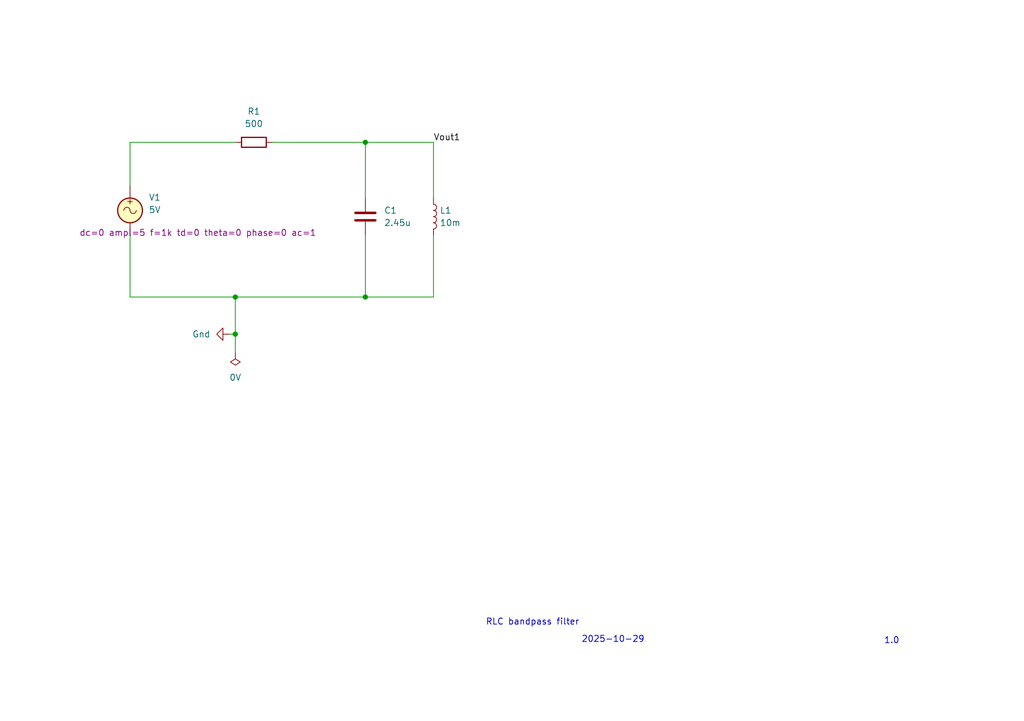
<source format=kicad_sch>
(kicad_sch (version 20250114) (generator "eeschema") (generator_version "9.0")
  (paper "A5")
  (lib_symbols
    (symbol "Device:C" (pin_numbers (hide yes)) (pin_names (offset 0.254))
      (property "Reference" "C" (at 0.635 2.54 0))
      (property "Value" "C" (at 0.635 -2.54 0))
      (symbol "C_0_1"
        (polyline (pts (xy -2.032 0.762) (xy 2.032 0.762)) (stroke (width 0.508)))
        (polyline (pts (xy -2.032 -0.762) (xy 2.032 -0.762)) (stroke (width 0.508)))
      )
      (symbol "C_1_1"
        (pin passive line (at 0 3.81 270) (length 2.794) (name "~") (number "1"))
        (pin passive line (at 0 -3.81 90) (length 2.794) (name "~") (number "2"))
      )
    )
    (symbol "Device:L" (pin_numbers (hide yes)) (pin_names (offset 1.016) (hide yes))
      (property "Reference" "L" (at -1.27 0 90))
      (property "Value" "L" (at 1.905 0 90))
      (symbol "L_0_1"
        (arc (start 0 2.54) (mid 0.6323 1.905) (end 0 1.27))
        (arc (start 0 1.27) (mid 0.6323 0.635) (end 0 0))
        (arc (start 0 0) (mid 0.6323 -0.635) (end 0 -1.27))
        (arc (start 0 -1.27) (mid 0.6323 -1.905) (end 0 -2.54))
      )
      (symbol "L_1_1"
        (pin passive line (at 0 3.81 270) (length 1.27) (name "1") (number "1"))
        (pin passive line (at 0 -3.81 90) (length 1.27) (name "2") (number "2"))
      )
    )
    (symbol "Device:R" (pin_numbers (hide yes)) (pin_names (offset 0))
      (property "Reference" "R" (at 2.032 0 90))
      (property "Value" "R" (at 0 0 90))
      (symbol "R_0_1"
        (rectangle (start -1.016 -2.54) (end 1.016 2.54) (stroke (width 0.254)))
      )
      (symbol "R_1_1"
        (pin passive line (at 0 3.81 270) (length 1.27) (name "~") (number "1"))
        (pin passive line (at 0 -3.81 90) (length 1.27) (name "~") (number "2"))
      )
    )
    (symbol "Simulation_SPICE:VSIN" (pin_numbers (hide yes)) (pin_names (offset 0.0254))
      (property "Reference" "V" (at 2.54 2.54 0))
      (property "Value" "VSIN" (at 2.54 0 0))
      (property "Sim.Params" "dc=0 ampl=1 f=1k ac=1" (at 2.54 -2.54 0))
      (symbol "VSIN_0_0"
        (arc (start -1.27 0) (mid -0.635 0.6323) (end 0 0))
        (arc (start 1.27 0) (mid 0.635 -0.6323) (end 0 0))
        (text "+" (at 0 1.905 0) (effects (font (size 1.27 1.27))))
      )
      (symbol "VSIN_0_1"
        (circle (center 0 0) (radius 2.54) (stroke (width 0.254)) (fill (type background)))
      )
      (symbol "VSIN_1_1"
        (pin passive line (at 0 5.08 270) (length 2.54) (name "~") (number "1"))
        (pin passive line (at 0 -5.08 90) (length 2.54) (name "~") (number "2"))
      )
    )
    (symbol "power:GND" (power) (pin_numbers (hide yes)) (pin_names (offset 0) (hide yes))
      (property "Value" "GND" (at 0 -3.81 0))
      (symbol "GND_0_1"
        (polyline (pts (xy 0 0) (xy 0 -1.27) (xy 1.27 -1.27) (xy 0 -2.54) (xy -1.27 -1.27) (xy 0 -1.27)))
      )
      (symbol "GND_1_1"
        (pin power_in line (at 0 0 270) (length 0) (name "~") (number "1"))
      )
    )
    (symbol "power:PWR_FLAG" (power) (pin_numbers (hide yes)) (pin_names (offset 0) (hide yes))
      (property "Value" "PWR_FLAG" (at 0 3.81 0))
      (symbol "PWR_FLAG_0_0"
        (pin power_out line (at 0 0 90) (length 0) (name "~") (number "1"))
      )
      (symbol "PWR_FLAG_0_1"
        (polyline (pts (xy 0 0) (xy 0 1.27) (xy -1.016 1.905) (xy 0 2.54) (xy 1.016 1.905) (xy 0 1.27)))
      )
    )
  )
  (text "RLC bandpass filter" (at 109.22 127.762 0) (effects (font (size 1.27 1.27))))
  (text "2025-10-29" (at 125.73 131.318 0) (effects (font (size 1.27 1.27))))
  (text "1.0" (at 182.88 131.572 0) (effects (font (size 1.27 1.27))))
  (junction (at 74.93 60.96))
  (junction (at 48.26 60.96))
  (junction (at 48.26 68.58))
  (junction (at 74.93 29.21))
  (wire (pts (xy 26.67 48.26) (xy 26.67 60.96)))
  (wire (pts (xy 46.99 68.58) (xy 48.26 68.58)))
  (wire (pts (xy 88.9 29.21) (xy 74.93 29.21)))
  (wire (pts (xy 74.93 60.96) (xy 88.9 60.96)))
  (wire (pts (xy 26.67 38.1) (xy 26.67 29.21)))
  (wire (pts (xy 74.93 48.26) (xy 74.93 60.96)))
  (wire (pts (xy 88.9 40.64) (xy 88.9 29.21)))
  (wire (pts (xy 48.26 60.96) (xy 74.93 60.96)))
  (wire (pts (xy 88.9 60.96) (xy 88.9 48.26)))
  (wire (pts (xy 74.93 29.21) (xy 74.93 40.64)))
  (wire (pts (xy 48.26 60.96) (xy 48.26 68.58)))
  (wire (pts (xy 48.26 68.58) (xy 48.26 72.39)))
  (wire (pts (xy 26.67 60.96) (xy 48.26 60.96)))
  (wire (pts (xy 26.67 29.21) (xy 48.26 29.21)))
  (wire (pts (xy 74.93 29.21) (xy 55.88 29.21)))
  (label "Vout1" (at 88.9 29.21 0))
  (symbol (lib_id "power:GND") (at 46.99 68.58 270) (unit 1)
    (property "Reference" "#PWR01" (effects (hide yes)))
    (property "Value" "Gnd" (at 43.18 68.5799 90) (effects (justify right)))
    (property "Description" "Power symbol creates a global label with name \"GND\" , ground" (effects (hide yes)))
  )
  (symbol (lib_id "Simulation_SPICE:VSIN") (at 26.67 43.18 0) (unit 1)
    (property "Reference" "V1" (at 30.48 40.5101 0) (effects (justify left)))
    (property "Value" "5V" (at 30.48 43.0501 0) (effects (justify left)))
    (property "Datasheet" "https://ngspice.sourceforge.io/docs/ngspice-html-manual/manual.xhtml#sec_Independent_Sources_for" (effects (hide yes)))
    (property "Description" "Voltage source, sinusoidal" (effects (hide yes)))
    (property "Sim.Pins" "1=+ 2=-" (effects (hide yes)))
    (property "Sim.Params" "dc=0 ampl=5 f=1k td=0 theta=0 phase=0 ac=1" (at 16.256 47.752 0) (effects (justify left)))
    (property "Sim.Type" "SIN" (effects (hide yes)))
    (property "Sim.Device" "V" (effects (hide yes)))
  )
  (symbol (lib_id "Device:L") (at 88.9 44.45 0) (unit 1)
    (property "Reference" "L1" (at 90.17 43.1799 0) (effects (justify left)))
    (property "Value" "10m" (at 90.17 45.7199 0) (effects (justify left)))
    (property "Description" "Inductor" (effects (hide yes)))
  )
  (symbol (lib_id "Device:R") (at 52.07 29.21 90) (unit 1)
    (property "Reference" "R1" (at 52.07 22.86 90))
    (property "Value" "500" (at 52.07 25.4 90))
    (property "Description" "Resistor" (effects (hide yes)))
  )
  (symbol (lib_id "Device:C") (at 74.93 44.45 0) (unit 1)
    (property "Reference" "C1" (at 78.74 43.1799 0) (effects (justify left)))
    (property "Value" "2.45u" (at 78.74 45.7199 0) (effects (justify left)))
    (property "Description" "Unpolarized capacitor" (effects (hide yes)))
  )
  (symbol (lib_id "power:PWR_FLAG") (at 48.26 72.39 180) (unit 1)
    (property "Reference" "#FLG04" (effects (hide yes)))
    (property "Value" "0V" (at 48.26 77.47 0))
    (property "Description" "Special symbol for telling ERC where power comes from" (effects (hide yes)))
  )
)
</source>
